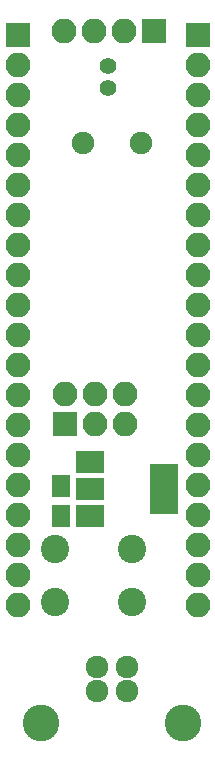
<source format=gbr>
G04 #@! TF.FileFunction,Soldermask,Bot*
%FSLAX46Y46*%
G04 Gerber Fmt 4.6, Leading zero omitted, Abs format (unit mm)*
G04 Created by KiCad (PCBNEW 4.0.7) date 03/11/20 16:07:27*
%MOMM*%
%LPD*%
G01*
G04 APERTURE LIST*
%ADD10C,0.100000*%
%ADD11C,1.400000*%
%ADD12C,1.900000*%
%ADD13R,2.100000X2.100000*%
%ADD14O,2.100000X2.100000*%
%ADD15C,1.920000*%
%ADD16C,3.100000*%
%ADD17C,2.400000*%
%ADD18R,2.400000X4.200000*%
%ADD19R,2.400000X1.900000*%
%ADD20R,1.650000X1.900000*%
G04 APERTURE END LIST*
D10*
D11*
X68728000Y-36786000D03*
X68728000Y-38686000D03*
D12*
X71528000Y-43366000D03*
X66648000Y-43366000D03*
D13*
X61110000Y-34158000D03*
D14*
X61110000Y-36698000D03*
X61110000Y-39238000D03*
X61110000Y-41778000D03*
X61110000Y-44318000D03*
X61110000Y-46858000D03*
X61110000Y-49398000D03*
X61110000Y-51938000D03*
X61110000Y-54478000D03*
X61110000Y-57018000D03*
X61110000Y-59558000D03*
X61110000Y-62098000D03*
X61110000Y-64638000D03*
X61110000Y-67178000D03*
X61110000Y-69718000D03*
X61110000Y-72258000D03*
X61110000Y-74798000D03*
X61110000Y-77338000D03*
X61110000Y-79878000D03*
X61110000Y-82418000D03*
D13*
X76350000Y-34158000D03*
D14*
X76350000Y-36698000D03*
X76350000Y-39238000D03*
X76350000Y-41778000D03*
X76350000Y-44318000D03*
X76350000Y-46858000D03*
X76350000Y-49398000D03*
X76350000Y-51938000D03*
X76350000Y-54478000D03*
X76350000Y-57018000D03*
X76350000Y-59558000D03*
X76350000Y-62098000D03*
X76350000Y-64638000D03*
X76350000Y-67178000D03*
X76350000Y-69718000D03*
X76350000Y-72258000D03*
X76350000Y-74798000D03*
X76350000Y-77338000D03*
X76350000Y-79878000D03*
X76350000Y-82418000D03*
D13*
X72694800Y-33807400D03*
D14*
X70154800Y-33807400D03*
X67614800Y-33807400D03*
X65074800Y-33807400D03*
D15*
X67828000Y-87706000D03*
X70368000Y-87706000D03*
X70368000Y-89706000D03*
X67828000Y-89706000D03*
D16*
X63098000Y-92406000D03*
X75098000Y-92406000D03*
D13*
X65128000Y-67086000D03*
D14*
X65128000Y-64546000D03*
X67668000Y-67086000D03*
X67668000Y-64546000D03*
X70208000Y-67086000D03*
X70208000Y-64546000D03*
D17*
X64262000Y-82224000D03*
X64262000Y-77724000D03*
X70762000Y-82224000D03*
X70762000Y-77724000D03*
D18*
X73508000Y-72644000D03*
D19*
X67208000Y-72644000D03*
X67208000Y-70344000D03*
X67208000Y-74944000D03*
D20*
X64770000Y-74910000D03*
X64770000Y-72410000D03*
M02*

</source>
